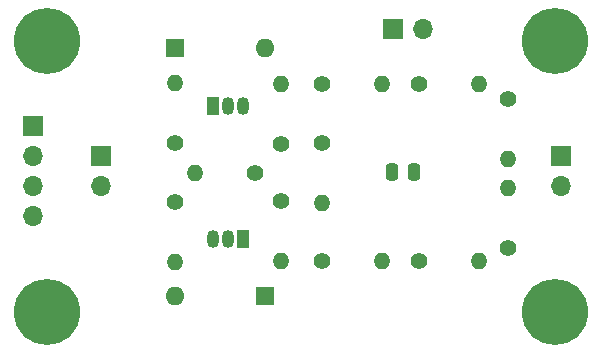
<source format=gbs>
G04 #@! TF.GenerationSoftware,KiCad,Pcbnew,9.0.0*
G04 #@! TF.CreationDate,2025-04-05T17:14:40-04:00*
G04 #@! TF.ProjectId,GeoSence_KiCad_singal_module,47656f53-656e-4636-955f-4b694361645f,rev?*
G04 #@! TF.SameCoordinates,Original*
G04 #@! TF.FileFunction,Soldermask,Bot*
G04 #@! TF.FilePolarity,Negative*
%FSLAX46Y46*%
G04 Gerber Fmt 4.6, Leading zero omitted, Abs format (unit mm)*
G04 Created by KiCad (PCBNEW 9.0.0) date 2025-04-05 17:14:40*
%MOMM*%
%LPD*%
G01*
G04 APERTURE LIST*
G04 Aperture macros list*
%AMRoundRect*
0 Rectangle with rounded corners*
0 $1 Rounding radius*
0 $2 $3 $4 $5 $6 $7 $8 $9 X,Y pos of 4 corners*
0 Add a 4 corners polygon primitive as box body*
4,1,4,$2,$3,$4,$5,$6,$7,$8,$9,$2,$3,0*
0 Add four circle primitives for the rounded corners*
1,1,$1+$1,$2,$3*
1,1,$1+$1,$4,$5*
1,1,$1+$1,$6,$7*
1,1,$1+$1,$8,$9*
0 Add four rect primitives between the rounded corners*
20,1,$1+$1,$2,$3,$4,$5,0*
20,1,$1+$1,$4,$5,$6,$7,0*
20,1,$1+$1,$6,$7,$8,$9,0*
20,1,$1+$1,$8,$9,$2,$3,0*%
G04 Aperture macros list end*
%ADD10C,1.400000*%
%ADD11O,1.400000X1.400000*%
%ADD12C,3.600000*%
%ADD13C,5.600000*%
%ADD14R,1.700000X1.700000*%
%ADD15O,1.700000X1.700000*%
%ADD16R,1.600000X1.600000*%
%ADD17O,1.600000X1.600000*%
%ADD18R,1.050000X1.500000*%
%ADD19O,1.050000X1.500000*%
%ADD20RoundRect,0.250000X0.250000X0.475000X-0.250000X0.475000X-0.250000X-0.475000X0.250000X-0.475000X0*%
G04 APERTURE END LIST*
D10*
X111500000Y-46140000D03*
D11*
X116580000Y-46140000D03*
D12*
X80000000Y-65500000D03*
D13*
X80000000Y-65500000D03*
D12*
X80000000Y-42500000D03*
D13*
X80000000Y-42500000D03*
D14*
X84500000Y-52225000D03*
D15*
X84500000Y-54765000D03*
D10*
X103270000Y-61140000D03*
D11*
X108350000Y-61140000D03*
D16*
X90770000Y-43140000D03*
D17*
X98390000Y-43140000D03*
D18*
X94000000Y-48000000D03*
D19*
X95270000Y-48000000D03*
X96540000Y-48000000D03*
D12*
X123000000Y-65500000D03*
D13*
X123000000Y-65500000D03*
D10*
X103270000Y-51140000D03*
D11*
X103270000Y-56220000D03*
D14*
X123500000Y-52225000D03*
D15*
X123500000Y-54765000D03*
D10*
X103270000Y-46140000D03*
D11*
X108350000Y-46140000D03*
D10*
X90770000Y-56140000D03*
D11*
X90770000Y-61220000D03*
D14*
X109225000Y-41500000D03*
D15*
X111765000Y-41500000D03*
D10*
X90770000Y-51180000D03*
D11*
X90770000Y-46100000D03*
D18*
X96540000Y-59280000D03*
D19*
X95270000Y-59280000D03*
X94000000Y-59280000D03*
D10*
X97540000Y-53701100D03*
D11*
X92460000Y-53701100D03*
D10*
X99770000Y-51220000D03*
D11*
X99770000Y-46140000D03*
D10*
X119000000Y-60040000D03*
D11*
X119000000Y-54960000D03*
D14*
X78770000Y-49700000D03*
D15*
X78770000Y-52240000D03*
X78770000Y-54780000D03*
X78770000Y-57320000D03*
D16*
X98390000Y-64140000D03*
D17*
X90770000Y-64140000D03*
D10*
X111460000Y-61140000D03*
D11*
X116540000Y-61140000D03*
D10*
X99770000Y-56100000D03*
D11*
X99770000Y-61180000D03*
D12*
X123000000Y-42500000D03*
D13*
X123000000Y-42500000D03*
D10*
X119000000Y-47460000D03*
D11*
X119000000Y-52540000D03*
D20*
X111073776Y-53593501D03*
X109173776Y-53593501D03*
M02*

</source>
